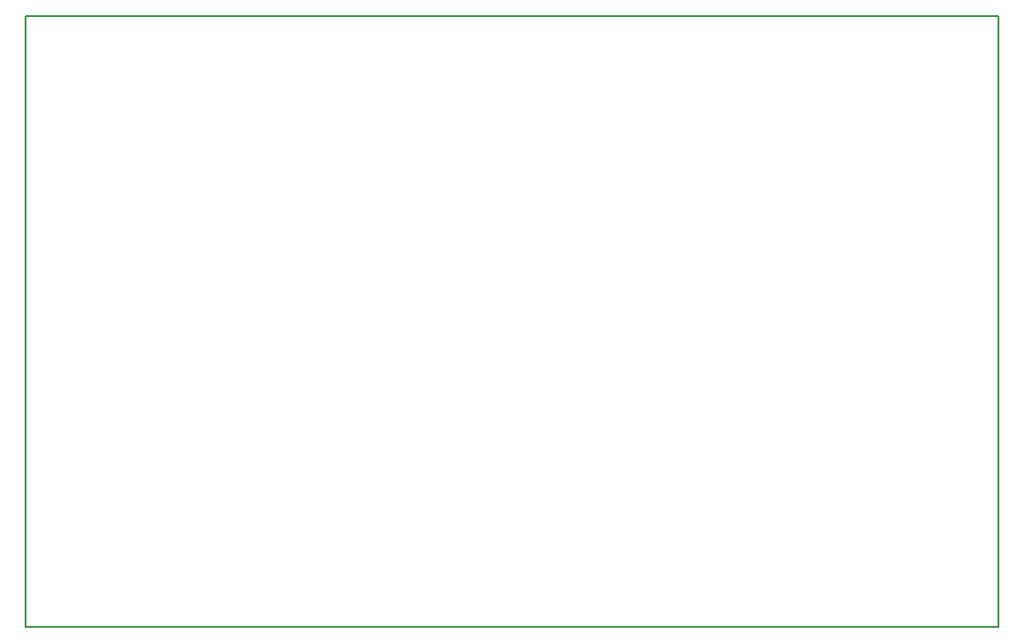
<source format=gbr>
G04 #@! TF.GenerationSoftware,KiCad,Pcbnew,no-vcs-found-c6d0075~61~ubuntu17.10.1*
G04 #@! TF.CreationDate,2018-02-05T23:49:34+03:00*
G04 #@! TF.ProjectId,tsa5512-pll,747361353531322D706C6C2E6B696361,rev?*
G04 #@! TF.SameCoordinates,Original*
G04 #@! TF.FileFunction,Profile,NP*
%FSLAX46Y46*%
G04 Gerber Fmt 4.6, Leading zero omitted, Abs format (unit mm)*
G04 Created by KiCad (PCBNEW no-vcs-found-c6d0075~61~ubuntu17.10.1) date Mon Feb  5 23:49:34 2018*
%MOMM*%
%LPD*%
G01*
G04 APERTURE LIST*
%ADD10C,0.150000*%
G04 APERTURE END LIST*
D10*
X60706000Y-245999000D02*
X60706000Y-191389000D01*
X147701000Y-245999000D02*
X60706000Y-245999000D01*
X147701000Y-191389000D02*
X147701000Y-245999000D01*
X60706000Y-191389000D02*
X147701000Y-191389000D01*
M02*

</source>
